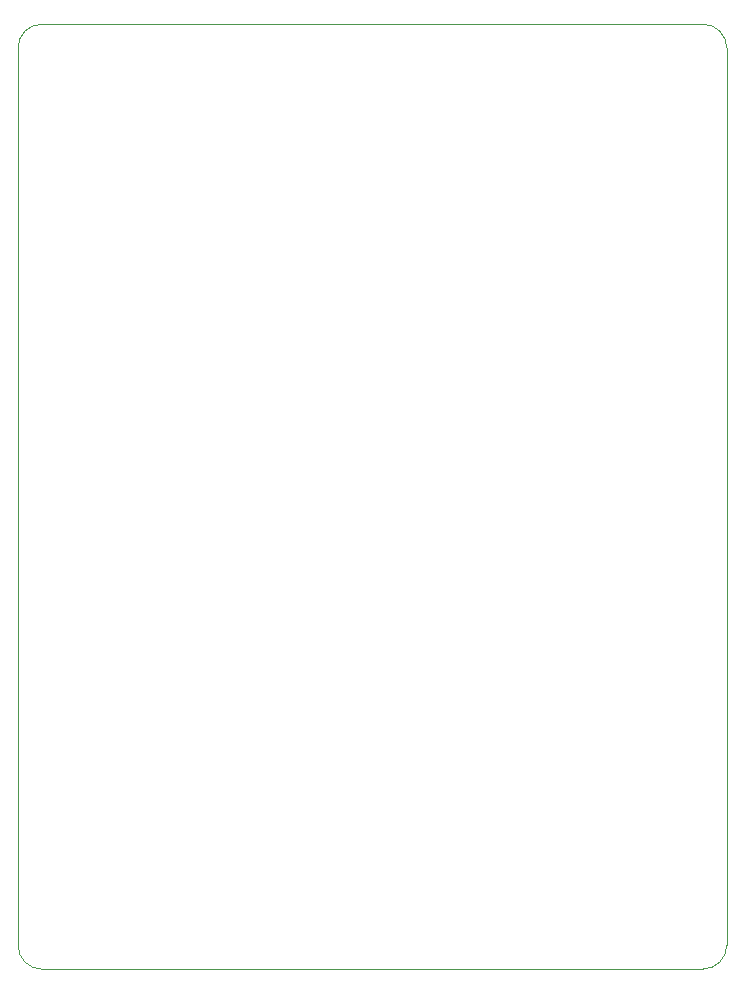
<source format=gbr>
%TF.GenerationSoftware,KiCad,Pcbnew,(5.1.7)-1*%
%TF.CreationDate,2022-07-04T22:41:30-03:00*%
%TF.ProjectId,ATF1502BR,41544631-3530-4324-9252-2e6b69636164,rev?*%
%TF.SameCoordinates,Original*%
%TF.FileFunction,Profile,NP*%
%FSLAX46Y46*%
G04 Gerber Fmt 4.6, Leading zero omitted, Abs format (unit mm)*
G04 Created by KiCad (PCBNEW (5.1.7)-1) date 2022-07-04 22:41:30*
%MOMM*%
%LPD*%
G01*
G04 APERTURE LIST*
%TA.AperFunction,Profile*%
%ADD10C,0.050000*%
%TD*%
G04 APERTURE END LIST*
D10*
X78000000Y-20000000D02*
G75*
G02*
X80000000Y-22000000I0J-2000000D01*
G01*
X22000000Y-20000000D02*
X78000000Y-20000000D01*
X80000000Y-98000000D02*
X80000000Y-22000000D01*
X80000000Y-98000000D02*
G75*
G02*
X78000000Y-100000000I-2000000J0D01*
G01*
X22000000Y-100000000D02*
X78000000Y-100000000D01*
X22000000Y-100000000D02*
G75*
G02*
X20000000Y-98000000I0J2000000D01*
G01*
X20000000Y-22000000D02*
X20000000Y-98000000D01*
X20000000Y-22000000D02*
G75*
G02*
X22000000Y-20000000I2000000J0D01*
G01*
M02*

</source>
